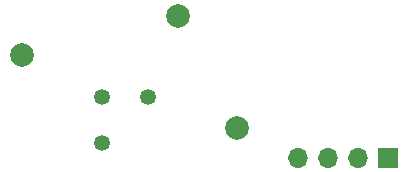
<source format=gbs>
G04 #@! TF.GenerationSoftware,KiCad,Pcbnew,7.0.10*
G04 #@! TF.CreationDate,2025-06-25T11:08:39-05:00*
G04 #@! TF.ProjectId,ppg-pcb-4-afe,7070672d-7063-4622-9d34-2d6166652e6b,0*
G04 #@! TF.SameCoordinates,Original*
G04 #@! TF.FileFunction,Soldermask,Bot*
G04 #@! TF.FilePolarity,Negative*
%FSLAX46Y46*%
G04 Gerber Fmt 4.6, Leading zero omitted, Abs format (unit mm)*
G04 Created by KiCad (PCBNEW 7.0.10) date 2025-06-25 11:08:39*
%MOMM*%
%LPD*%
G01*
G04 APERTURE LIST*
%ADD10R,1.700000X1.700000*%
%ADD11O,1.700000X1.700000*%
%ADD12C,2.000000*%
%ADD13C,1.350000*%
G04 APERTURE END LIST*
D10*
X132000000Y-100500000D03*
D11*
X129460000Y-100500000D03*
X126920000Y-100500000D03*
X124380000Y-100500000D03*
D12*
X101000000Y-91750000D03*
X114250000Y-88500000D03*
X119250000Y-98000000D03*
D13*
X107819600Y-99250000D03*
X107819600Y-95389200D03*
X111680400Y-95389200D03*
M02*

</source>
